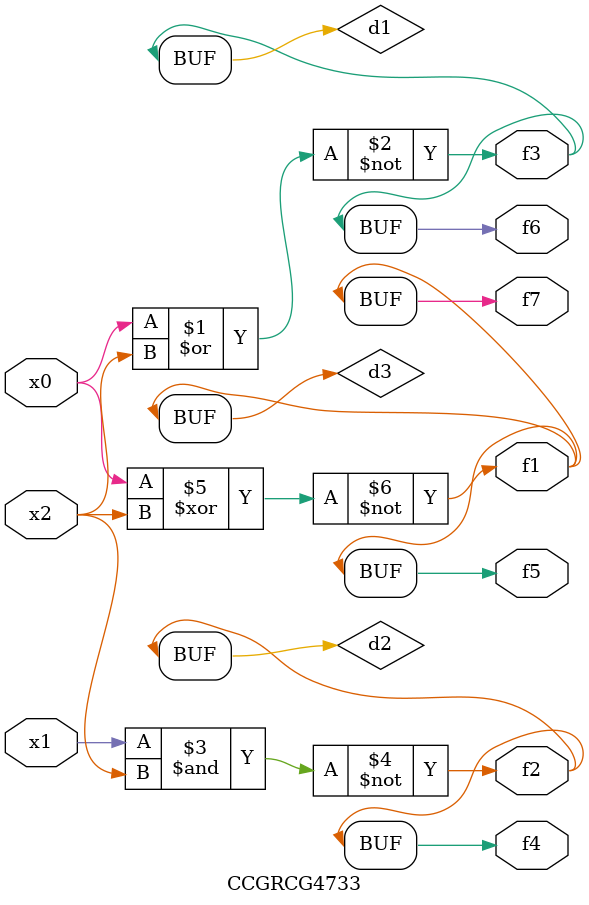
<source format=v>
module CCGRCG4733(
	input x0, x1, x2,
	output f1, f2, f3, f4, f5, f6, f7
);

	wire d1, d2, d3;

	nor (d1, x0, x2);
	nand (d2, x1, x2);
	xnor (d3, x0, x2);
	assign f1 = d3;
	assign f2 = d2;
	assign f3 = d1;
	assign f4 = d2;
	assign f5 = d3;
	assign f6 = d1;
	assign f7 = d3;
endmodule

</source>
